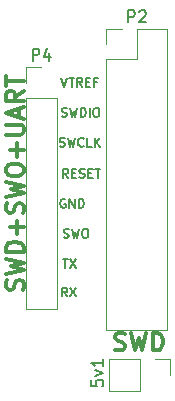
<source format=gbr>
G04 #@! TF.FileFunction,Legend,Top*
%FSLAX46Y46*%
G04 Gerber Fmt 4.6, Leading zero omitted, Abs format (unit mm)*
G04 Created by KiCad (PCBNEW 4.0.6) date 03/16/18 17:26:31*
%MOMM*%
%LPD*%
G01*
G04 APERTURE LIST*
%ADD10C,0.100000*%
%ADD11C,0.187500*%
%ADD12C,0.300000*%
%ADD13C,0.120000*%
%ADD14C,0.150000*%
G04 APERTURE END LIST*
D10*
D11*
X131638572Y-77679286D02*
X132067143Y-77679286D01*
X131852857Y-78429286D02*
X131852857Y-77679286D01*
X132245715Y-77679286D02*
X132745715Y-78429286D01*
X132745715Y-77679286D02*
X132245715Y-78429286D01*
X132055000Y-80869286D02*
X131805000Y-80512143D01*
X131626428Y-80869286D02*
X131626428Y-80119286D01*
X131912143Y-80119286D01*
X131983571Y-80155000D01*
X132019286Y-80190714D01*
X132055000Y-80262143D01*
X132055000Y-80369286D01*
X132019286Y-80440714D01*
X131983571Y-80476429D01*
X131912143Y-80512143D01*
X131626428Y-80512143D01*
X132305000Y-80119286D02*
X132805000Y-80869286D01*
X132805000Y-80119286D02*
X132305000Y-80869286D01*
X131734286Y-75883571D02*
X131841429Y-75919286D01*
X132020000Y-75919286D01*
X132091429Y-75883571D01*
X132127143Y-75847857D01*
X132162858Y-75776429D01*
X132162858Y-75705000D01*
X132127143Y-75633571D01*
X132091429Y-75597857D01*
X132020000Y-75562143D01*
X131877143Y-75526429D01*
X131805715Y-75490714D01*
X131770000Y-75455000D01*
X131734286Y-75383571D01*
X131734286Y-75312143D01*
X131770000Y-75240714D01*
X131805715Y-75205000D01*
X131877143Y-75169286D01*
X132055715Y-75169286D01*
X132162858Y-75205000D01*
X132412858Y-75169286D02*
X132591429Y-75919286D01*
X132734286Y-75383571D01*
X132877144Y-75919286D01*
X133055715Y-75169286D01*
X133484287Y-75169286D02*
X133627144Y-75169286D01*
X133698572Y-75205000D01*
X133770001Y-75276429D01*
X133805715Y-75419286D01*
X133805715Y-75669286D01*
X133770001Y-75812143D01*
X133698572Y-75883571D01*
X133627144Y-75919286D01*
X133484287Y-75919286D01*
X133412858Y-75883571D01*
X133341429Y-75812143D01*
X133305715Y-75669286D01*
X133305715Y-75419286D01*
X133341429Y-75276429D01*
X133412858Y-75205000D01*
X133484287Y-75169286D01*
X131868572Y-72665000D02*
X131797143Y-72629286D01*
X131690000Y-72629286D01*
X131582857Y-72665000D01*
X131511429Y-72736429D01*
X131475714Y-72807857D01*
X131440000Y-72950714D01*
X131440000Y-73057857D01*
X131475714Y-73200714D01*
X131511429Y-73272143D01*
X131582857Y-73343571D01*
X131690000Y-73379286D01*
X131761429Y-73379286D01*
X131868572Y-73343571D01*
X131904286Y-73307857D01*
X131904286Y-73057857D01*
X131761429Y-73057857D01*
X132225714Y-73379286D02*
X132225714Y-72629286D01*
X132654286Y-73379286D01*
X132654286Y-72629286D01*
X133011428Y-73379286D02*
X133011428Y-72629286D01*
X133190000Y-72629286D01*
X133297143Y-72665000D01*
X133368571Y-72736429D01*
X133404286Y-72807857D01*
X133440000Y-72950714D01*
X133440000Y-73057857D01*
X133404286Y-73200714D01*
X133368571Y-73272143D01*
X133297143Y-73343571D01*
X133190000Y-73379286D01*
X133011428Y-73379286D01*
X132110715Y-70829286D02*
X131860715Y-70472143D01*
X131682143Y-70829286D02*
X131682143Y-70079286D01*
X131967858Y-70079286D01*
X132039286Y-70115000D01*
X132075001Y-70150714D01*
X132110715Y-70222143D01*
X132110715Y-70329286D01*
X132075001Y-70400714D01*
X132039286Y-70436429D01*
X131967858Y-70472143D01*
X131682143Y-70472143D01*
X132432143Y-70436429D02*
X132682143Y-70436429D01*
X132789286Y-70829286D02*
X132432143Y-70829286D01*
X132432143Y-70079286D01*
X132789286Y-70079286D01*
X133075000Y-70793571D02*
X133182143Y-70829286D01*
X133360714Y-70829286D01*
X133432143Y-70793571D01*
X133467857Y-70757857D01*
X133503572Y-70686429D01*
X133503572Y-70615000D01*
X133467857Y-70543571D01*
X133432143Y-70507857D01*
X133360714Y-70472143D01*
X133217857Y-70436429D01*
X133146429Y-70400714D01*
X133110714Y-70365000D01*
X133075000Y-70293571D01*
X133075000Y-70222143D01*
X133110714Y-70150714D01*
X133146429Y-70115000D01*
X133217857Y-70079286D01*
X133396429Y-70079286D01*
X133503572Y-70115000D01*
X133825000Y-70436429D02*
X134075000Y-70436429D01*
X134182143Y-70829286D02*
X133825000Y-70829286D01*
X133825000Y-70079286D01*
X134182143Y-70079286D01*
X134396429Y-70079286D02*
X134825000Y-70079286D01*
X134610714Y-70829286D02*
X134610714Y-70079286D01*
X131383571Y-68153571D02*
X131490714Y-68189286D01*
X131669285Y-68189286D01*
X131740714Y-68153571D01*
X131776428Y-68117857D01*
X131812143Y-68046429D01*
X131812143Y-67975000D01*
X131776428Y-67903571D01*
X131740714Y-67867857D01*
X131669285Y-67832143D01*
X131526428Y-67796429D01*
X131455000Y-67760714D01*
X131419285Y-67725000D01*
X131383571Y-67653571D01*
X131383571Y-67582143D01*
X131419285Y-67510714D01*
X131455000Y-67475000D01*
X131526428Y-67439286D01*
X131705000Y-67439286D01*
X131812143Y-67475000D01*
X132062143Y-67439286D02*
X132240714Y-68189286D01*
X132383571Y-67653571D01*
X132526429Y-68189286D01*
X132705000Y-67439286D01*
X133419286Y-68117857D02*
X133383572Y-68153571D01*
X133276429Y-68189286D01*
X133205000Y-68189286D01*
X133097857Y-68153571D01*
X133026429Y-68082143D01*
X132990714Y-68010714D01*
X132955000Y-67867857D01*
X132955000Y-67760714D01*
X132990714Y-67617857D01*
X133026429Y-67546429D01*
X133097857Y-67475000D01*
X133205000Y-67439286D01*
X133276429Y-67439286D01*
X133383572Y-67475000D01*
X133419286Y-67510714D01*
X134097857Y-68189286D02*
X133740714Y-68189286D01*
X133740714Y-67439286D01*
X134347857Y-68189286D02*
X134347857Y-67439286D01*
X134776429Y-68189286D02*
X134455000Y-67760714D01*
X134776429Y-67439286D02*
X134347857Y-67867857D01*
X131570714Y-65633571D02*
X131677857Y-65669286D01*
X131856428Y-65669286D01*
X131927857Y-65633571D01*
X131963571Y-65597857D01*
X131999286Y-65526429D01*
X131999286Y-65455000D01*
X131963571Y-65383571D01*
X131927857Y-65347857D01*
X131856428Y-65312143D01*
X131713571Y-65276429D01*
X131642143Y-65240714D01*
X131606428Y-65205000D01*
X131570714Y-65133571D01*
X131570714Y-65062143D01*
X131606428Y-64990714D01*
X131642143Y-64955000D01*
X131713571Y-64919286D01*
X131892143Y-64919286D01*
X131999286Y-64955000D01*
X132249286Y-64919286D02*
X132427857Y-65669286D01*
X132570714Y-65133571D01*
X132713572Y-65669286D01*
X132892143Y-64919286D01*
X133177857Y-65669286D02*
X133177857Y-64919286D01*
X133356429Y-64919286D01*
X133463572Y-64955000D01*
X133535000Y-65026429D01*
X133570715Y-65097857D01*
X133606429Y-65240714D01*
X133606429Y-65347857D01*
X133570715Y-65490714D01*
X133535000Y-65562143D01*
X133463572Y-65633571D01*
X133356429Y-65669286D01*
X133177857Y-65669286D01*
X133927857Y-65669286D02*
X133927857Y-64919286D01*
X134427858Y-64919286D02*
X134570715Y-64919286D01*
X134642143Y-64955000D01*
X134713572Y-65026429D01*
X134749286Y-65169286D01*
X134749286Y-65419286D01*
X134713572Y-65562143D01*
X134642143Y-65633571D01*
X134570715Y-65669286D01*
X134427858Y-65669286D01*
X134356429Y-65633571D01*
X134285000Y-65562143D01*
X134249286Y-65419286D01*
X134249286Y-65169286D01*
X134285000Y-65026429D01*
X134356429Y-64955000D01*
X134427858Y-64919286D01*
X131548572Y-62359286D02*
X131798572Y-63109286D01*
X132048572Y-62359286D01*
X132191429Y-62359286D02*
X132620000Y-62359286D01*
X132405714Y-63109286D02*
X132405714Y-62359286D01*
X133298572Y-63109286D02*
X133048572Y-62752143D01*
X132870000Y-63109286D02*
X132870000Y-62359286D01*
X133155715Y-62359286D01*
X133227143Y-62395000D01*
X133262858Y-62430714D01*
X133298572Y-62502143D01*
X133298572Y-62609286D01*
X133262858Y-62680714D01*
X133227143Y-62716429D01*
X133155715Y-62752143D01*
X132870000Y-62752143D01*
X133620000Y-62716429D02*
X133870000Y-62716429D01*
X133977143Y-63109286D02*
X133620000Y-63109286D01*
X133620000Y-62359286D01*
X133977143Y-62359286D01*
X134548571Y-62716429D02*
X134298571Y-62716429D01*
X134298571Y-63109286D02*
X134298571Y-62359286D01*
X134655714Y-62359286D01*
D12*
X136074286Y-85377143D02*
X136288572Y-85448571D01*
X136645715Y-85448571D01*
X136788572Y-85377143D01*
X136860001Y-85305714D01*
X136931429Y-85162857D01*
X136931429Y-85020000D01*
X136860001Y-84877143D01*
X136788572Y-84805714D01*
X136645715Y-84734286D01*
X136360001Y-84662857D01*
X136217143Y-84591429D01*
X136145715Y-84520000D01*
X136074286Y-84377143D01*
X136074286Y-84234286D01*
X136145715Y-84091429D01*
X136217143Y-84020000D01*
X136360001Y-83948571D01*
X136717143Y-83948571D01*
X136931429Y-84020000D01*
X137431429Y-83948571D02*
X137788572Y-85448571D01*
X138074286Y-84377143D01*
X138360000Y-85448571D01*
X138717143Y-83948571D01*
X139288572Y-85448571D02*
X139288572Y-83948571D01*
X139645715Y-83948571D01*
X139860000Y-84020000D01*
X140002858Y-84162857D01*
X140074286Y-84305714D01*
X140145715Y-84591429D01*
X140145715Y-84805714D01*
X140074286Y-85091429D01*
X140002858Y-85234286D01*
X139860000Y-85377143D01*
X139645715Y-85448571D01*
X139288572Y-85448571D01*
X128277143Y-80320000D02*
X128348571Y-80105714D01*
X128348571Y-79748571D01*
X128277143Y-79605714D01*
X128205714Y-79534285D01*
X128062857Y-79462857D01*
X127920000Y-79462857D01*
X127777143Y-79534285D01*
X127705714Y-79605714D01*
X127634286Y-79748571D01*
X127562857Y-80034285D01*
X127491429Y-80177143D01*
X127420000Y-80248571D01*
X127277143Y-80320000D01*
X127134286Y-80320000D01*
X126991429Y-80248571D01*
X126920000Y-80177143D01*
X126848571Y-80034285D01*
X126848571Y-79677143D01*
X126920000Y-79462857D01*
X126848571Y-78962857D02*
X128348571Y-78605714D01*
X127277143Y-78320000D01*
X128348571Y-78034286D01*
X126848571Y-77677143D01*
X128348571Y-77105714D02*
X126848571Y-77105714D01*
X126848571Y-76748571D01*
X126920000Y-76534286D01*
X127062857Y-76391428D01*
X127205714Y-76320000D01*
X127491429Y-76248571D01*
X127705714Y-76248571D01*
X127991429Y-76320000D01*
X128134286Y-76391428D01*
X128277143Y-76534286D01*
X128348571Y-76748571D01*
X128348571Y-77105714D01*
X127777143Y-75605714D02*
X127777143Y-74462857D01*
X128348571Y-75034286D02*
X127205714Y-75034286D01*
X128277143Y-73820000D02*
X128348571Y-73605714D01*
X128348571Y-73248571D01*
X128277143Y-73105714D01*
X128205714Y-73034285D01*
X128062857Y-72962857D01*
X127920000Y-72962857D01*
X127777143Y-73034285D01*
X127705714Y-73105714D01*
X127634286Y-73248571D01*
X127562857Y-73534285D01*
X127491429Y-73677143D01*
X127420000Y-73748571D01*
X127277143Y-73820000D01*
X127134286Y-73820000D01*
X126991429Y-73748571D01*
X126920000Y-73677143D01*
X126848571Y-73534285D01*
X126848571Y-73177143D01*
X126920000Y-72962857D01*
X126848571Y-72462857D02*
X128348571Y-72105714D01*
X127277143Y-71820000D01*
X128348571Y-71534286D01*
X126848571Y-71177143D01*
X126848571Y-70320000D02*
X126848571Y-70034286D01*
X126920000Y-69891428D01*
X127062857Y-69748571D01*
X127348571Y-69677143D01*
X127848571Y-69677143D01*
X128134286Y-69748571D01*
X128277143Y-69891428D01*
X128348571Y-70034286D01*
X128348571Y-70320000D01*
X128277143Y-70462857D01*
X128134286Y-70605714D01*
X127848571Y-70677143D01*
X127348571Y-70677143D01*
X127062857Y-70605714D01*
X126920000Y-70462857D01*
X126848571Y-70320000D01*
X127777143Y-69034285D02*
X127777143Y-67891428D01*
X128348571Y-68462857D02*
X127205714Y-68462857D01*
X126848571Y-67177142D02*
X128062857Y-67177142D01*
X128205714Y-67105714D01*
X128277143Y-67034285D01*
X128348571Y-66891428D01*
X128348571Y-66605714D01*
X128277143Y-66462856D01*
X128205714Y-66391428D01*
X128062857Y-66319999D01*
X126848571Y-66319999D01*
X127920000Y-65677142D02*
X127920000Y-64962856D01*
X128348571Y-65819999D02*
X126848571Y-65319999D01*
X128348571Y-64819999D01*
X128348571Y-63462856D02*
X127634286Y-63962856D01*
X128348571Y-64319999D02*
X126848571Y-64319999D01*
X126848571Y-63748571D01*
X126920000Y-63605713D01*
X126991429Y-63534285D01*
X127134286Y-63462856D01*
X127348571Y-63462856D01*
X127491429Y-63534285D01*
X127562857Y-63605713D01*
X127634286Y-63748571D01*
X127634286Y-64319999D01*
X126848571Y-63034285D02*
X126848571Y-62177142D01*
X128348571Y-62605713D02*
X126848571Y-62605713D01*
D13*
X135576000Y-86198400D02*
X135576000Y-88858400D01*
X138176000Y-86198400D02*
X135576000Y-86198400D01*
X138176000Y-88858400D02*
X135576000Y-88858400D01*
X138176000Y-86198400D02*
X138176000Y-88858400D01*
X139446000Y-86198400D02*
X140776000Y-86198400D01*
X140776000Y-86198400D02*
X140776000Y-87528400D01*
X135322000Y-83727600D02*
X140522000Y-83727600D01*
X135322000Y-60807600D02*
X135322000Y-83727600D01*
X140522000Y-58207600D02*
X140522000Y-83727600D01*
X135322000Y-60807600D02*
X137922000Y-60807600D01*
X137922000Y-60807600D02*
X137922000Y-58207600D01*
X137922000Y-58207600D02*
X140522000Y-58207600D01*
X135322000Y-59537600D02*
X135322000Y-58207600D01*
X135322000Y-58207600D02*
X136652000Y-58207600D01*
X128514800Y-81898800D02*
X131174800Y-81898800D01*
X128514800Y-64058800D02*
X128514800Y-81898800D01*
X131174800Y-64058800D02*
X131174800Y-81898800D01*
X128514800Y-64058800D02*
X131174800Y-64058800D01*
X128514800Y-62788800D02*
X128514800Y-61458800D01*
X128514800Y-61458800D02*
X129844800Y-61458800D01*
D14*
X134082381Y-87959047D02*
X134082381Y-88435238D01*
X134558571Y-88482857D01*
X134510952Y-88435238D01*
X134463333Y-88340000D01*
X134463333Y-88101904D01*
X134510952Y-88006666D01*
X134558571Y-87959047D01*
X134653810Y-87911428D01*
X134891905Y-87911428D01*
X134987143Y-87959047D01*
X135034762Y-88006666D01*
X135082381Y-88101904D01*
X135082381Y-88340000D01*
X135034762Y-88435238D01*
X134987143Y-88482857D01*
X134415714Y-87578095D02*
X135082381Y-87340000D01*
X134415714Y-87101904D01*
X135082381Y-86197142D02*
X135082381Y-86768571D01*
X135082381Y-86482857D02*
X134082381Y-86482857D01*
X134225238Y-86578095D01*
X134320476Y-86673333D01*
X134368095Y-86768571D01*
X137183905Y-57659981D02*
X137183905Y-56659981D01*
X137564858Y-56659981D01*
X137660096Y-56707600D01*
X137707715Y-56755219D01*
X137755334Y-56850457D01*
X137755334Y-56993314D01*
X137707715Y-57088552D01*
X137660096Y-57136171D01*
X137564858Y-57183790D01*
X137183905Y-57183790D01*
X138136286Y-56755219D02*
X138183905Y-56707600D01*
X138279143Y-56659981D01*
X138517239Y-56659981D01*
X138612477Y-56707600D01*
X138660096Y-56755219D01*
X138707715Y-56850457D01*
X138707715Y-56945695D01*
X138660096Y-57088552D01*
X138088667Y-57659981D01*
X138707715Y-57659981D01*
X129106705Y-60911181D02*
X129106705Y-59911181D01*
X129487658Y-59911181D01*
X129582896Y-59958800D01*
X129630515Y-60006419D01*
X129678134Y-60101657D01*
X129678134Y-60244514D01*
X129630515Y-60339752D01*
X129582896Y-60387371D01*
X129487658Y-60434990D01*
X129106705Y-60434990D01*
X130535277Y-60244514D02*
X130535277Y-60911181D01*
X130297181Y-59863562D02*
X130059086Y-60577848D01*
X130678134Y-60577848D01*
M02*

</source>
